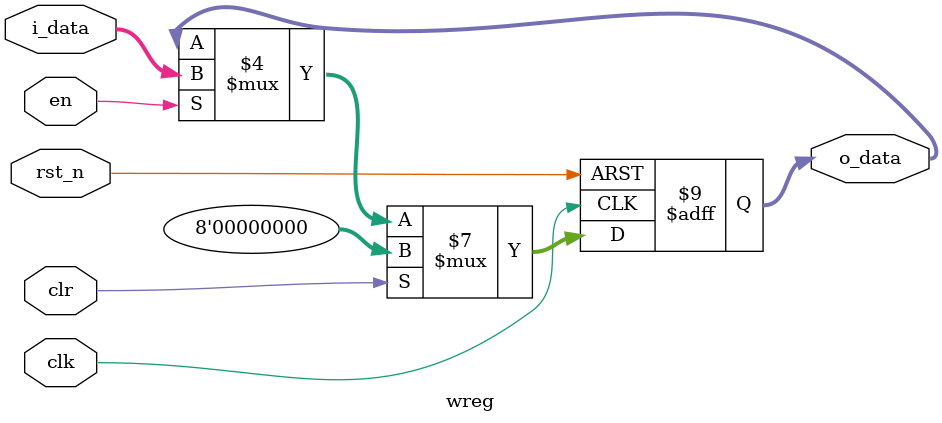
<source format=sv>
`ifndef _wreg_
`define _wreg_

module wreg #(
    parameter WIDTH=8
) (
    input logic clk,
    input logic rst_n,
    input logic en,
    input logic clr,
    input logic [WIDTH-1 : 0] i_data,
    output logic [WIDTH-1 : 0] o_data
);
    
    // this module is the horizontal buffer for control and data signals
    always_ff @(posedge clk or negedge rst_n) begin : wreg
        if (~rst_n) begin
            o_data <= 0;
        end else begin
            if (clr) begin
                o_data <= 0;
            end else begin
                if (en) begin
                    o_data <= i_data;
                end else begin
                    o_data <= o_data;
                end
            end
        end
    end

endmodule

`endif
</source>
